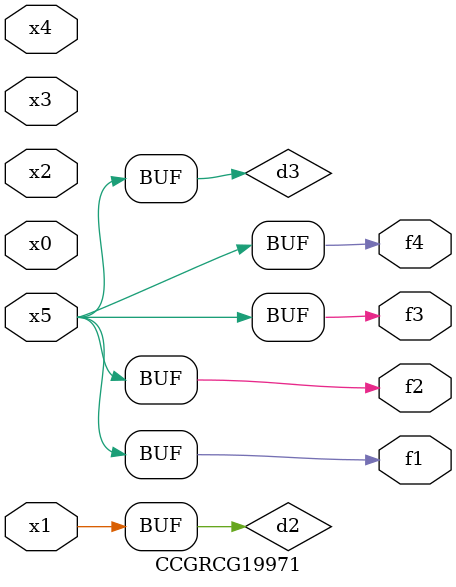
<source format=v>
module CCGRCG19971(
	input x0, x1, x2, x3, x4, x5,
	output f1, f2, f3, f4
);

	wire d1, d2, d3;

	not (d1, x5);
	or (d2, x1);
	xnor (d3, d1);
	assign f1 = d3;
	assign f2 = d3;
	assign f3 = d3;
	assign f4 = d3;
endmodule

</source>
